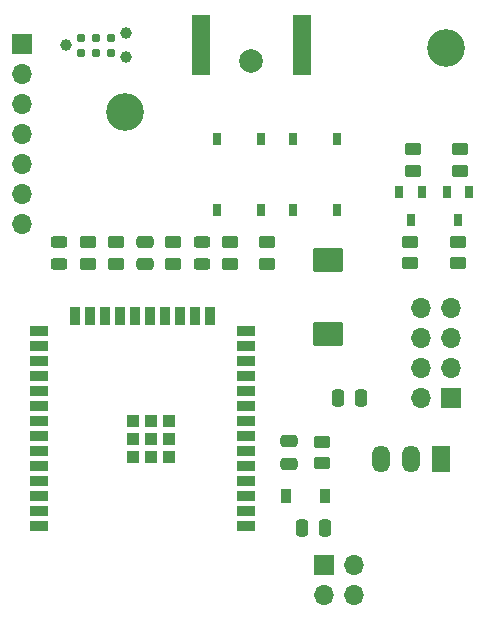
<source format=gts>
G04 #@! TF.GenerationSoftware,KiCad,Pcbnew,(7.0.0-0)*
G04 #@! TF.CreationDate,2023-06-06T22:54:07+02:00*
G04 #@! TF.ProjectId,ithowifi_4l_v21_tht,6974686f-7769-4666-995f-346c5f763231,rev?*
G04 #@! TF.SameCoordinates,Original*
G04 #@! TF.FileFunction,Soldermask,Top*
G04 #@! TF.FilePolarity,Negative*
%FSLAX46Y46*%
G04 Gerber Fmt 4.6, Leading zero omitted, Abs format (unit mm)*
G04 Created by KiCad (PCBNEW (7.0.0-0)) date 2023-06-06 22:54:07*
%MOMM*%
%LPD*%
G01*
G04 APERTURE LIST*
G04 Aperture macros list*
%AMRoundRect*
0 Rectangle with rounded corners*
0 $1 Rounding radius*
0 $2 $3 $4 $5 $6 $7 $8 $9 X,Y pos of 4 corners*
0 Add a 4 corners polygon primitive as box body*
4,1,4,$2,$3,$4,$5,$6,$7,$8,$9,$2,$3,0*
0 Add four circle primitives for the rounded corners*
1,1,$1+$1,$2,$3*
1,1,$1+$1,$4,$5*
1,1,$1+$1,$6,$7*
1,1,$1+$1,$8,$9*
0 Add four rect primitives between the rounded corners*
20,1,$1+$1,$2,$3,$4,$5,0*
20,1,$1+$1,$4,$5,$6,$7,0*
20,1,$1+$1,$6,$7,$8,$9,0*
20,1,$1+$1,$8,$9,$2,$3,0*%
G04 Aperture macros list end*
%ADD10RoundRect,0.250000X1.025000X-0.787500X1.025000X0.787500X-1.025000X0.787500X-1.025000X-0.787500X0*%
%ADD11R,1.500000X2.300000*%
%ADD12O,1.500000X2.300000*%
%ADD13R,0.700000X1.000000*%
%ADD14RoundRect,0.250000X-0.450000X0.262500X-0.450000X-0.262500X0.450000X-0.262500X0.450000X0.262500X0*%
%ADD15R,1.700000X1.700000*%
%ADD16O,1.700000X1.700000*%
%ADD17R,1.500000X0.900000*%
%ADD18R,0.900000X1.500000*%
%ADD19R,1.050000X1.050000*%
%ADD20C,3.200000*%
%ADD21RoundRect,0.243750X0.456250X-0.243750X0.456250X0.243750X-0.456250X0.243750X-0.456250X-0.243750X0*%
%ADD22C,0.990600*%
%ADD23C,0.787400*%
%ADD24R,0.750000X1.000000*%
%ADD25RoundRect,0.250000X0.250000X0.475000X-0.250000X0.475000X-0.250000X-0.475000X0.250000X-0.475000X0*%
%ADD26RoundRect,0.250000X0.450000X-0.262500X0.450000X0.262500X-0.450000X0.262500X-0.450000X-0.262500X0*%
%ADD27RoundRect,0.250000X0.475000X-0.250000X0.475000X0.250000X-0.475000X0.250000X-0.475000X-0.250000X0*%
%ADD28RoundRect,0.250000X-0.250000X-0.475000X0.250000X-0.475000X0.250000X0.475000X-0.250000X0.475000X0*%
%ADD29R,0.900000X1.200000*%
%ADD30C,2.000000*%
%ADD31R,1.500000X5.080000*%
G04 APERTURE END LIST*
D10*
X111632000Y-132343000D03*
X111632000Y-126118000D03*
D11*
X121259599Y-142951199D03*
D12*
X118719599Y-142951199D03*
X116179599Y-142951199D03*
D13*
X119608599Y-120338999D03*
X117708599Y-120338999D03*
X118658599Y-122738999D03*
D14*
X118872000Y-116711900D03*
X118872000Y-118536900D03*
D15*
X85724999Y-107797599D03*
D16*
X85724999Y-110337599D03*
X85724999Y-112877599D03*
X85724999Y-115417599D03*
X85724999Y-117957599D03*
X85724999Y-120497599D03*
X85724999Y-123037599D03*
D17*
X104727599Y-148613599D03*
X104727599Y-147343599D03*
X104727599Y-146073599D03*
X104727599Y-144803599D03*
X104727599Y-143533599D03*
X104727599Y-142263599D03*
X104727599Y-140993599D03*
X104727599Y-139723599D03*
X104727599Y-138453599D03*
X104727599Y-137183599D03*
X104727599Y-135913599D03*
X104727599Y-134643599D03*
X104727599Y-133373599D03*
X104727599Y-132103599D03*
D18*
X101697599Y-130853599D03*
X100427599Y-130853599D03*
X99157599Y-130853599D03*
X97887599Y-130853599D03*
X96617599Y-130853599D03*
X95347599Y-130853599D03*
X94077599Y-130853599D03*
X92807599Y-130853599D03*
X91537599Y-130853599D03*
X90267599Y-130853599D03*
D17*
X87227599Y-132103599D03*
X87227599Y-133373599D03*
X87227599Y-134643599D03*
X87227599Y-135913599D03*
X87227599Y-137183599D03*
X87227599Y-138453599D03*
X87227599Y-139723599D03*
X87227599Y-140993599D03*
X87227599Y-142263599D03*
X87227599Y-143533599D03*
X87227599Y-144803599D03*
X87227599Y-146073599D03*
X87227599Y-147343599D03*
X87227599Y-148613599D03*
D19*
X95132599Y-139748599D03*
X98182599Y-142798599D03*
X95132599Y-142798599D03*
X96657599Y-139748599D03*
X96657599Y-141273599D03*
X98182599Y-139748599D03*
X96657599Y-142798599D03*
X95132599Y-141273599D03*
X98182599Y-141273599D03*
D14*
X91313000Y-124588900D03*
X91313000Y-126413900D03*
X106536000Y-124597500D03*
X106536000Y-126422500D03*
X118618000Y-124548500D03*
X118618000Y-126373500D03*
D20*
X94488000Y-113538000D03*
D21*
X88900000Y-126438900D03*
X88900000Y-124563900D03*
D15*
X111291999Y-151927999D03*
D16*
X113831999Y-151927999D03*
X111291999Y-154467999D03*
X113831999Y-154467999D03*
D22*
X94576000Y-106885400D03*
X89496000Y-107901400D03*
X94576000Y-108917400D03*
D23*
X90766000Y-108536400D03*
X90766000Y-107266400D03*
X92036000Y-108536400D03*
X92036000Y-107266400D03*
X93306000Y-108536400D03*
X93306000Y-107266400D03*
D24*
X108665399Y-121871999D03*
X108665399Y-115871999D03*
X112415399Y-121871999D03*
X112415399Y-115871999D03*
D25*
X114432000Y-137768000D03*
X112532000Y-137768000D03*
D13*
X123606599Y-120338999D03*
X121706599Y-120338999D03*
X122656599Y-122738999D03*
D26*
X122859800Y-118536900D03*
X122859800Y-116711900D03*
D14*
X122682000Y-124548500D03*
X122682000Y-126373500D03*
D27*
X96139000Y-126451400D03*
X96139000Y-124551400D03*
D26*
X98552000Y-126428000D03*
X98552000Y-124603000D03*
D28*
X109486900Y-148751000D03*
X111386900Y-148751000D03*
D27*
X108377500Y-143351000D03*
X108377500Y-141451000D03*
D29*
X111425499Y-146083999D03*
X108125499Y-146083999D03*
D26*
X111171500Y-143290000D03*
X111171500Y-141465000D03*
D30*
X105182180Y-109251460D03*
D26*
X93726000Y-126413900D03*
X93726000Y-124588900D03*
X103378000Y-126428000D03*
X103378000Y-124603000D03*
D21*
X100965000Y-126453000D03*
X100965000Y-124578000D03*
D24*
X106014999Y-121871999D03*
X106014999Y-115871999D03*
X102264999Y-121871999D03*
X102264999Y-115871999D03*
D20*
X121630000Y-108120000D03*
D15*
X122046999Y-137794999D03*
D16*
X119506999Y-137794999D03*
X122046999Y-135254999D03*
X119506999Y-135254999D03*
X122046999Y-132714999D03*
X119506999Y-132714999D03*
X122046999Y-130174999D03*
X119506999Y-130174999D03*
D31*
X100931399Y-107848399D03*
X109431399Y-107848399D03*
M02*

</source>
